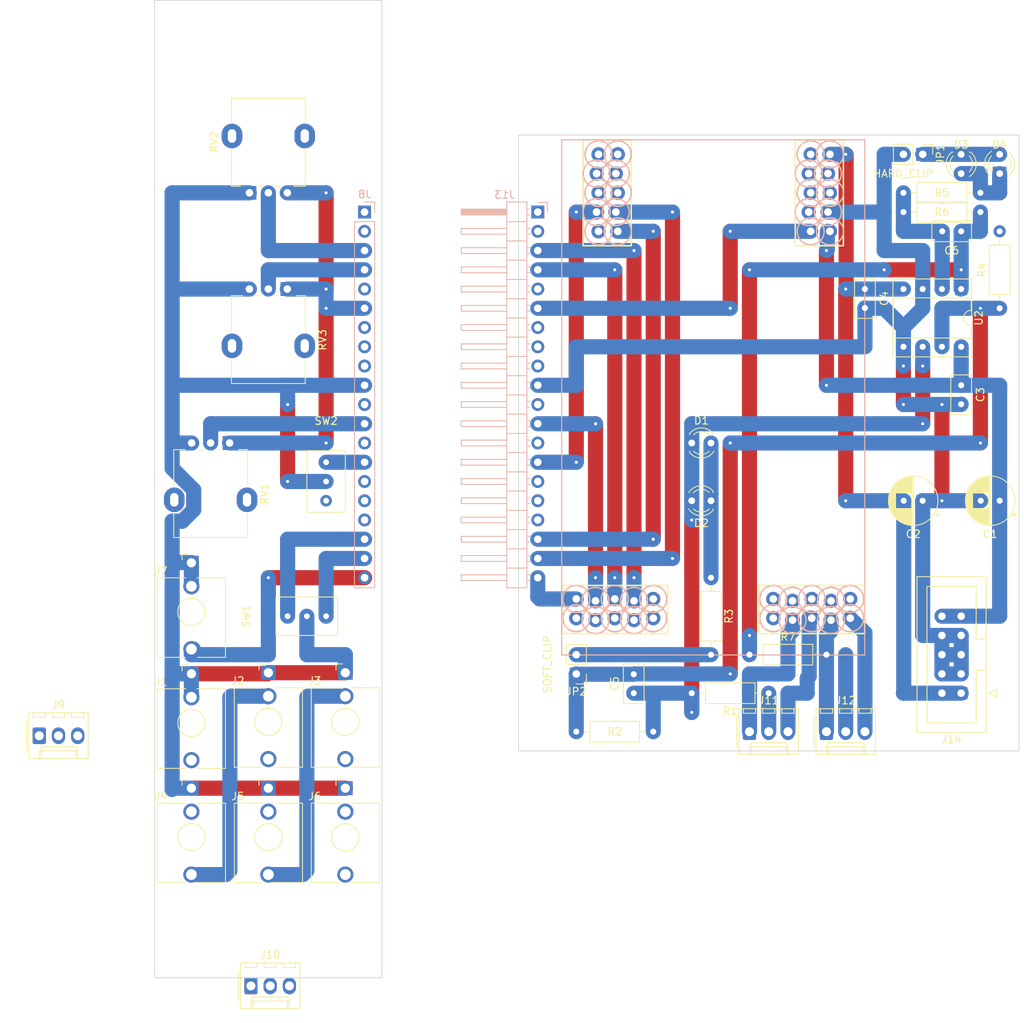
<source format=kicad_pcb>
(kicad_pcb (version 20211014) (generator pcbnew)
  (layers (0 "F.Cu" signal) (31 "B.Cu" signal) (34 "B.Paste" user) (35 "F.Paste" user) (36 "B.SilkS" user "B.Silkscreen") (37 "F.SilkS" user "F.Silkscreen") (38 "B.Mask" user) (39 "F.Mask" user) (44 "Edge.Cuts" user))
  (net 0 "")
  (net 6 "GND")
  (net 7 "Net-(J1-PadT)")
  (net 8 "Net-(J2-PadT)")
  (net 10 "Net-(J3-PadT)")
  (net 11 "Net-(J8-Pad14)")
  (net 12 "Net-(J10-Pad1)")
  (net 13 "Net-(J10-Pad2)")
  (net 14 "Net-(J10-Pad3)")
  (net 20 "/CV_JACK")
  (net 21 "/CV_POT")
  (net 22 "+5V")
  (net 23 "/FREQ_POT")
  (net 24 "/EMPH_POT")
  (net 51 "Net-(R1-Pad2)")
  (net 53 "/LED_clipper/SC_jumper_in")
  (net 56 "/DE_EMPH_IN")
  (net 57 "/EMPH_IN")
  (net 58 "/DE_EMPH_OUT")
  (net 59 "/EMPH_OUT")
  (net 60 "-12V")
  (net 61 "+12V")
  (net 62 "/LED_clipper/SC_jumper_out")
  (net 63 "Net-(C6-Pad1)")
  (net 64 "Net-(C6-Pad2)")
  (net 65 "Net-(D1-Pad2)")
  (net 66 "/LED_clipper/hard_clipping_sink")
  (net 67 "Net-(D3-Pad2)")
  (net 68 "/LED_clipper/Clipper_in")
  (net 69 "/LED_clipper/Clipper_out")
  (net 74 "Net-(SW1-Pad1)")
  (net 75 "Net-(SW1-Pad3)")
  (net 78 "/SHELF_2")
  (net 79 "/SHELF_1")
  (net 83 "/CV_DEST")
  (footprint "Resistor_THT:R_Axial_DIN0207_L6.3mm_D2.5mm_P10.16mm_Horizontal" (layer "F.Cu") (at 177.8 53.34 180)
    (fp_text reference "R5")
    (fp_text value "4.7k")
  )
  (footprint "LED_THT:LED_D3.0mm_FlatTop" (layer "F.Cu") (at 180.34 50.8 90)
    (fp_text reference "D4")
    (fp_text value "LED 1.9V")
  )
  (footprint "Resistor_THT:R_Axial_DIN0207_L6.3mm_D2.5mm_P10.16mm_Horizontal" (layer "F.Cu") (at 134.62 124.46 180)
    (fp_text reference "R2")
    (fp_text value "100k")
  )
  (footprint "Capacitor_THT:C_Disc_D5.0mm_W2.5mm_P2.50mm" (layer "F.Cu") (at 175.26 78.74 -90)
    (fp_text reference "C3")
    (fp_text value "100nF")
  )
  (footprint "Connector_IDC:IDC-Header_2x05_P2.54mm_Vertical" (layer "F.Cu") (at 175.26 119.38 180)
    (fp_text reference "J14")
    (fp_text value "Conn_02x05")
  )
  (footprint "Potentiometer_THT:Potentiometer_Alpha_RD901F-40-00D_Single_Vertical" (layer "F.Cu") (at 81.32 53.34 90)
    (fp_text reference "RV2")
    (fp_text value "R_Potentiometer")
  )
  (footprint "Resistor_THT:R_Axial_DIN0207_L6.3mm_D2.5mm_P10.16mm_Horizontal" (layer "F.Cu") (at 180.34 68.58 90)
    (fp_text reference "R4")
    (fp_text value "1k")
  )
  (footprint "Connector_Audio:Jack_3.5mm_QingPu_WQP-PJ398SM_Vertical_CircularHoles" (layer "F.Cu") (at 93.98 116.68)
    (fp_text reference "J3")
    (fp_text value "DE_EMPH_IN")
  )
  (footprint "Capacitor_THT:C_Disc_D5.0mm_W2.5mm_P2.50mm" (layer "F.Cu") (at 132.04 119.38 90)
    (fp_text reference "C5")
    (fp_text value "10pF")
  )
  (footprint "Capacitor_THT:CP_Radial_D6.3mm_P2.50mm" (layer "F.Cu") (at 180.34 93.98 180)
    (fp_text reference "C1")
    (fp_text value "10uF")
  )
  (footprint "Library:Dailywell sub-miniature toggle switch" (layer "F.Cu") (at 88.9 109.22 90)
    (fp_text reference "SW1")
    (fp_text value "SW_SPDT_MSM")
  )
  (footprint "Resistor_THT:R_Axial_DIN0207_L6.3mm_D2.5mm_P10.16mm_Horizontal" (layer "F.Cu") (at 142.24 104.14 -90)
    (fp_text reference "R3")
    (fp_text value "47k")
  )
  (footprint "Connector_Audio:Jack_3.5mm_QingPu_WQP-PJ398SM_Vertical_CircularHoles" (layer "F.Cu") (at 73.66 116.82)
    (fp_text reference "J1")
    (fp_text value "EMPH_IN")
  )
  (footprint "Connector_PinHeader_2.54mm:PinHeader_1x02_P2.54mm_Vertical" (layer "F.Cu") (at 170.18 48.26 -90)
    (fp_text reference "JP1")
    (fp_text value "Jumper_2_Bridged")
  )
  (footprint "LED_THT:LED_D3.0mm_FlatTop" (layer "F.Cu") (at 142.24 93.98 180)
    (fp_text reference "D2")
    (fp_text value "LED 1.9V")
  )
  (footprint "LED_THT:LED_D3.0mm_FlatTop" (layer "F.Cu") (at 139.7 86.36)
    (fp_text reference "D1")
    (fp_text value "LED 1.9V")
  )
  (footprint "Capacitor_THT:C_Disc_D5.0mm_W2.5mm_P2.50mm" (layer "F.Cu") (at 162.56 68.54 90)
    (fp_text reference "C4")
    (fp_text value "100nF")
  )
  (footprint "Connector_Audio:Jack_3.5mm_QingPu_WQP-PJ398SM_Vertical_CircularHoles" (layer "F.Cu") (at 73.66 131.92)
    (fp_text reference "J4")
    (fp_text value "EMPH_OUT")
  )
  (footprint "Connector_Audio:Jack_3.5mm_QingPu_WQP-PJ398SM_Vertical_CircularHoles" (layer "F.Cu") (at 73.66 102.17)
    (fp_text reference "J7")
    (fp_text value "AudioJack2_SwitchT")
  )
  (footprint "Potentiometer_THT:Potentiometer_Alpha_RD901F-40-00D_Single_Vertical" (layer "F.Cu") (at 86.32 66.04 -90)
    (fp_text reference "RV3")
    (fp_text value "R_Potentiometer")
  )
  (footprint "Resistor_THT:R_Axial_DIN0207_L6.3mm_D2.5mm_P10.16mm_Horizontal" (layer "F.Cu") (at 147.32 114.3)
    (fp_text reference "R7")
    (fp_text value "1k")
  )
  (footprint "Connector_Audio:Jack_3.5mm_QingPu_WQP-PJ398SM_Vertical_CircularHoles" (layer "F.Cu") (at 93.98 131.92)
    (fp_text reference "J6")
    (fp_text value "DE_EMPH_OUT")
  )
  (footprint "Connector_PinHeader_2.54mm:PinHeader_1x02_P2.54mm_Vertical" (layer "F.Cu") (at 124.46 116.84 180)
    (fp_text reference "JP2")
    (fp_text value "Jumper_2_Bridged")
  )
  (footprint "Connector_Audio:Jack_3.5mm_QingPu_WQP-PJ398SM_Vertical_CircularHoles" (layer "F.Cu") (at 83.82 131.92)
    (fp_text reference "J5")
    (fp_text value "DIST_OUT")
  )
  (footprint "Library:Dailywell sub-miniature toggle switch" (layer "F.Cu") (at 91.44 91.44)
    (fp_text reference "SW2")
    (fp_text value "SW_SPDT")
  )
  (footprint "Capacitor_THT:C_Disc_D5.0mm_W2.5mm_P2.50mm" (layer "F.Cu") (at 172.76 58.42)
    (fp_text reference "C6")
    (fp_text value "10pF")
  )
  (footprint "LED_THT:LED_D3.0mm_FlatTop" (layer "F.Cu") (at 175.26 48.26 -90)
    (fp_text reference "D3")
    (fp_text value "LED 1.9V")
  )
  (footprint "Resistor_THT:R_Axial_DIN0207_L6.3mm_D2.5mm_P10.16mm_Horizontal" (layer "F.Cu") (at 149.86 119.38 180)
    (fp_text reference "R1")
    (fp_text value "100k")
  )
  (footprint "Package_DIP:DIP-8_W7.62mm_Socket" (layer "F.Cu") (at 175.26 66.04 -90)
    (fp_text reference "U2")
    (fp_text value "TL072")
  )
  (footprint "Connector_Molex:Molex_KK-254_AE-6410-03A_1x03_P2.54mm_Vertical" (layer "F.Cu") (at 147.32 124.46)
    (fp_text reference "J11")
    (fp_text value "Conn_01x03_Male")
  )
  (footprint "Potentiometer_THT:Potentiometer_Alpha_RD901F-40-00D_Single_Vertical" (layer "F.Cu") (at 78.7 86.36 -90)
    (fp_text reference "RV1")
    (fp_text value "R_Potentiometer")
  )
  (footprint "Connector_Audio:Jack_3.5mm_QingPu_WQP-PJ398SM_Vertical_CircularHoles" (layer "F.Cu") (at 83.82 116.68)
    (fp_text reference "J2")
    (fp_text value "DIST_IN")
  )
  (footprint "Connector_Molex:Molex_KK-254_AE-6410-03A_1x03_P2.54mm_Vertical" (layer "F.Cu") (at 81.52 158.02)
    (fp_text reference "J10")
    (fp_text value "Conn_01x03_Female")
  )
  (footprint "Connector_Molex:Molex_KK-254_AE-6410-03A_1x03_P2.54mm_Vertical" (layer "F.Cu") (at 157.48 124.46)
    (fp_text reference "J12")
    (fp_text value "Conn_01x03_Male")
  )
  (footprint "Connector_Molex:Molex_KK-254_AE-6410-03A_1x03_P2.54mm_Vertical" (layer "F.Cu") (at 53.58 125)
    (fp_text reference "J9")
    (fp_text value "Conn_01x03_Female")
  )
  (footprint "Capacitor_THT:CP_Radial_D6.3mm_P2.50mm" (layer "F.Cu") (at 170.18 93.98 180)
    (fp_text reference "C2")
    (fp_text value "10uF")
  )
  (footprint "Resistor_THT:R_Axial_DIN0207_L6.3mm_D2.5mm_P10.16mm_Horizontal" (layer "F.Cu") (at 167.64 55.88)
    (fp_text reference "R6")
    (fp_text value "10k")
  )
  (footprint "Connector_PinHeader_2.54mm:PinHeader_1x20_P2.54mm_Horizontal" (layer "B.Cu") (at 119.38 55.88 180)
    (fp_text reference "J13")
    (fp_text value "Conn_01x20_Male")
  )
  (footprint "Connector_PinHeader_2.54mm:PinHeader_1x20_P2.54mm_Vertical" (layer "B.Cu") (at 96.52 55.88 180)
    (fp_text reference "J8")
    (fp_text value "Conn_01x20_Female")
  )
  (footprint "Library:ES_DAISY_PATCH_SM_REV1" (layer "B.Cu") (at 142.54 80.34 -90)
    (fp_text reference "U1" hide)
    (fp_text value "ES_DAISY_PATCH_SM_REV1-Electrosmith-Boards" hide)
  )
  (gr_rect (start 116.84 45.72) (end 182.88 127) (layer "Edge.Cuts") (width 0.1) (fill none))
  (gr_rect (start 68.82 27.94) (end 98.82 156.94) (layer "Edge.Cuts") (width 0.1) (fill none))
  (gr_text "SOFT_CLIP" (at 120.65 115.57 90) (layer "F.SilkS") (effects (font (size 1 1))))
  (gr_text "HARD_CLIP" (at 167.64 50.8) (layer "F.SilkS") (effects (font (size 1 1))))
  (segment (start 86.36 91.44) (end 86.36 81.28) (width 2) (layer "F.Cu") (net 6))
  (segment (start 172.72 81.28) (end 172.72 93.98) (width 2) (layer "F.Cu") (net 6))
  (segment (start 83.68 116.82) (end 83.82 116.68) (width 2) (layer "F.Cu") (net 6))
  (segment (start 73.66 131.92) (end 83.82 131.92) (width 2) (layer "F.Cu") (net 6))
  (segment (start 73.66 116.82) (end 83.68 116.82) (width 2) (layer "F.Cu") (net 6))
  (segment (start 83.82 116.68) (end 93.98 116.68) (width 2) (layer "F.Cu") (net 6))
  (segment (start 83.82 131.92) (end 93.98 131.92) (width 2) (layer "F.Cu") (net 6))
  (segment (start 167.64 76.2) (end 167.64 81.28) (width 2) (layer "F.Cu") (net 6))
  (via (at 167.64 76.2) (size 0.8) (drill 0.4) (layers "F.Cu" "B.Cu") (net 6))
  (via (at 86.36 81.28) (size 0.8) (drill 0.4) (layers "F.Cu" "B.Cu") (net 6))
  (via (at 86.36 91.44) (size 0.8) (drill 0.4) (layers "F.Cu" "B.Cu") (net 6))
  (via (at 172.72 81.28) (size 0.8) (drill 0.4) (layers "F.Cu" "B.Cu") (net 6))
  (via (at 172.72 93.98) (size 0.8) (drill 0.4) (layers "F.Cu" "B.Cu") (net 6))
  (via (at 167.64 81.28) (size 0.8) (drill 0.4) (layers "F.Cu" "B.Cu") (net 6))
  (segment (start 165.1 55.88) (end 165.1 48.26) (width 2) (layer "B.Cu") (net 6))
  (segment (start 167.64 71.12) (end 165.1 68.58) (width 2) (layer "B.Cu") (net 6))
  (segment (start 170.18 66.04) (end 170.18 68.58) (width 2) (layer "B.Cu") (net 6))
  (segment (start 175.22 81.28) (end 175.26 81.24) (width 2) (layer "B.Cu") (net 6))
  (segment (start 170.18 68.58) (end 167.64 71.12) (width 2) (layer "B.Cu") (net 6))
  (segment (start 165.1 68.58) (end 162.56 68.58) (width 2) (layer "B.Cu") (net 6))
  (segment (start 170.18 60.96) (end 170.18 66.04) (width 2) (layer "B.Cu") (net 6))
  (segment (start 73.66 116.82) (end 71.14 116.82) (width 2) (layer "B.Cu") (net 6))
  (segment (start 175.26 116.84) (end 175.26 111.76) (width 2) (layer "B.Cu") (net 6))
  (segment (start 86.36 78.74) (end 71.12 78.74) (width 2) (layer "B.Cu") (net 6))
  (segment (start 81.3 53.34) (end 71.1 53.34) (width 2) (layer "B.Cu") (net 6))
  (segment (start 71.12 86.36) (end 71.12 89.700293) (width 2) (layer "B.Cu") (net 6))
  (segment (start 71.12 66.04) (end 71.12 53.34) (width 2) (layer "B.Cu") (net 6))
  (segment (start 71.14 116.82) (end 71.12 116.84) (width 2) (layer "B.Cu") (net 6))
  (segment (start 73.95952 92.539813) (end 73.95952 95.180187) (width 2) (layer "B.Cu") (net 6))
  (segment (start 165.1 60.96) (end 170.18 60.96) (width 2) (layer "B.Cu") (net 6))
  (segment (start 172.72 111.76) (end 175.26 111.76) (width 2) (layer "B.Cu") (net 6))
  (segment (start 172.72 116.84) (end 172.72 111.76) (width 2) (layer "B.Cu") (net 6))
  (segment (start 165.1 55.88) (end 165.1 60.96) (width 2) (layer "B.Cu") (net 6))
  (segment (start 71.12 96.67952) (end 71.12 101.9) (width 2) (layer "B.Cu") (net 6))
  (segment (start 73.66 102.17) (end 73.63 102.14) (width 2) (layer "B.Cu") (net 6))
  (segment (start 162.56 73.66) (end 124.46 73.66) (width 2) (layer "B.Cu") (net 6))
  (segment (start 124.46 73.66) (end 124.46 78.74) (width 2) (layer "B.Cu") (net 6))
  (segment (start 73.7 86.36) (end 71.12 86.36) (width 2) (layer "B.Cu") (net 6))
  (segment (start 172.72 111.76) (end 170.18 111.76) (width 2) (layer "B.Cu") (net 6))
  (segment (start 88.9 114.3) (end 93.98 114.3) (width 2) (layer "B.Cu") (net 6))
  (segment (start 71.12 102.38) (end 71.36 102.14) (width 2) (layer "B.Cu") (net 6))
  (segment (start 167.64 73.66) (end 167.64 76.2) (width 2) (layer "B.Cu") (net 6))
  (segment (start 175.26 114.3) (end 172.72 114.3) (width 2) (layer "B.Cu") (net 6))
  (segment (start 162.56 68.54) (end 162.56 73.66) (width 2) (layer "B.Cu") (net 6))
  (segment (start 124.46 78.74) (end 119.38 78.74) (width 2) (layer "B.Cu") (net 6))
  (segment (start 71.12 132.08) (end 71.12 116.84) (width 2) (layer "B.Cu") (net 6))
  (segment (start 157.683 55.88) (end 165.1 55.88) (width 2) (layer "B.Cu") (net 6))
  (segment (start 170.18 93.98) (end 172.72 93.98) (width 2) (layer "B.Cu") (net 6))
  (segment (start 71.12 78.74) (end 71.12 66.04) (width 2) (layer "B.Cu") (net 6))
  (segment (start 73.66 116.82) (end 73.66 119.92) (width 2) (layer "B.Cu") (net 6))
  (segment (start 73.63 102.14) (end 71.36 102.14) (width 2) (layer "B.Cu") (net 6))
  (segment (start 172.72 116.84) (end 175.26 116.84) (width 2) (layer "B.Cu") (net 6))
  (segment (start 165.1 48.26) (end 167.64 48.26) (width 2) (layer "B.Cu") (net 6))
  (segment (start 88.9 109.22) (end 88.9 114.3) (width 2) (layer "B.Cu") (net 6))
  (segment (start 96.52 78.74) (end 86.36 78.74) (width 2) (layer "B.Cu") (net 6))
  (segment (start 172.72 93.98) (end 177.84 93.98) (width 2) (layer "B.Cu") (net 6))
  (segment (start 71.12 89.700293) (end 73.95952 92.539813) (width 2) (layer "B.Cu") (net 6))
  (segment (start 81.32 66.04) (end 71.12 66.04) (width 2) (layer "B.Cu") (net 6))
  (segment (start 172.72 81.28) (end 175.22 81.28) (width 2) (layer "B.Cu") (net 6))
  (segment (start 71.28 131.92) (end 71.12 132.08) (width 2) (layer "B.Cu") (net 6))
  (segment (start 73.95952 95.180187) (end 72.460187 96.67952) (width 2) (layer "B.Cu") (net 6))
  (segment (start 167.64 81.28) (end 172.72 81.28) (width 2) (layer "B.Cu") (net 6))
  (segment (start 71.12 101.9) (end 71.36 102.14) (width 2) (layer "B.Cu") (net 6))
  (segment (start 91.44 91.44) (end 86.36 91.44) (width 2) (layer "B.Cu") (net 6))
  (segment (start 73.66 131.92) (end 71.28 131.92) (width 2) (layer "B.Cu") (net 6))
  (segment (start 86.36 81.28) (end 86.36 78.74) (width 2) (layer "B.Cu") (net 6))
  (segment (start 71.12 116.84) (end 71.12 102.38) (width 2) (layer "B.Cu") (net 6))
  (segment (start 71.12 78.74) (end 71.12 86.36) (width 2) (layer "B.Cu") (net 6))
  (segment (start 162.56 68.58) (end 162.56 68.54) (width 2) (layer "B.Cu") (net 6))
  (segment (start 73.66 102.14) (end 73.66 105.24) (width 2) (layer "B.Cu") (net 6))
  (segment (start 72.460187 96.67952) (end 71.12 96.67952) (width 2) (layer "B.Cu") (net 6))
  (segment (start 167.64 71.12) (end 167.64 73.66) (width 2) (layer "B.Cu") (net 6))
  (segment (start 93.98 114.3) (end 93.98 116.68) (width 2) (layer "B.Cu") (net 6))
  (segment (start 170.18 111.76) (end 170.18 93.98) (width 2) (layer "B.Cu") (net 6))
  (segment (start 91.44 88.9) (end 96.52 88.9) (width 2) (layer "B.Cu") (net 11))
  (segment (start 78.2 143.32) (end 78.74 142.78) (width 2) (layer "B.Cu") (net 12))
  (segment (start 78.88 119.78) (end 83.82 119.78) (width 2) (layer "B.Cu") (net 12))
  (segment (start 78.74 119.92) (end 78.88 119.78) (width 2) (layer "B.Cu") (net 12))
  (segment (start 73.66 143.32) (end 78.2 143.32) (width 2) (layer "B.Cu") (net 12))
  (segment (start 78.74 119.92) (end 78.74 142.78) (width 2) (layer "B.Cu") (net 12))
  (segment (start 88.9 119.92) (end 89.04 119.78) (width 2) (layer "B.Cu") (net 13))
  (segment (start 88.9 142.78) (end 88.9 119.92) (width 2) (layer "B.Cu") (net 13))
  (segment (start 89.04 119.78) (end 93.98 119.78) (width 2) (layer "B.Cu") (net 13))
  (segment (start 83.82 143.32) (end 88.36 143.32) (width 2) (layer "B.Cu") (net 13))
  (segment (start 88.36 143.32) (end 88.9 142.78) (width 2) (layer "B.Cu") (net 13))
  (segment (start 83.82 104.14) (end 96.52 104.14) (width 2) (layer "F.Cu") (net 20))
  (via (at 83.82 104.14) (size 0.8) (drill 0.4) (layers "F.Cu" "B.Cu") (net 20))
  (segment (start 119.38 104.14) (end 119.38 106.68) (width 2) (layer "B.Cu") (net 20))
  (segment (start 119.38 106.68) (end 119.643 106.943) (width 2) (layer "B.Cu") (net 20))
  (segment (start 73.66 113.78) (end 73.9 113.54) (width 2) (layer "B.Cu") (net 20))
  (segment (start 119.643 106.943) (end 124.46 106.943) (width 2) (layer "B.Cu") (net 20))
  (segment (start 83.82 104.14) (end 83.82 114.3) (width 2) (layer "B.Cu") (net 20))
  (segment (start 83.82 114.3) (end 73.66 114.3) (width 2) (layer "B.Cu") (net 20))
  (segment (start 73.66 114.3) (end 73.66 113.78) (width 2) (layer "B.Cu") (net 20))
  (segment (start 127 104.14) (end 127 83.82) (width 2) (layer "F.Cu") (net 21))
  (via (at 127 104.14) (size 0.8) (drill 0.4) (layers "F.Cu" "B.Cu") (net 21))
  (via (at 127 83.82) (size 0.8) (drill 0.4) (layers "F.Cu" "B.Cu") (net 21))
  (segment (start 127 107.197) (end 127 104.14) (width 2) (layer "B.Cu") (net 21))
  (segment (start 76.2 86.36) (end 76.2 83.82) (width 2) (layer "B.Cu") (net 21))
  (segment (start 76.2 83.82) (end 96.52 83.82) (width 2) (layer "B.Cu") (net 21))
  (segment (start 119.38 83.82) (end 127 83.82) (width 2) (layer "B.Cu") (net 21))
  (segment (start 91.44 53.34) (end 91.44 66.04) (width 2) (layer "F.Cu") (net 22))
  (segment (start 144.78 68.58) (end 144.78 58.42) (width 2) (layer "F.Cu") (net 22))
  (segment (start 91.44 86.36) (end 91.44 68.58) (width 2) (layer "F.Cu") (net 22))
  (via (at 144.78 68.58) (size 0.8) (drill 0.4) (layers "F.Cu" "B.Cu") (net 22))
  (via (at 91.44 53.34) (size 0.8) (drill 0.4) (layers "F.Cu" "B.Cu") (net 22))
  (via (at 144.78 58.42) (size 0.8) (drill 0.4) (layers "F.Cu" "B.Cu") (net 22))
  (via (at 91.44 86.36) (size 0.8) (drill 0.4) (layers "F.Cu" "B.Cu") (net 22))
  (via (at 91.44 66.04) (size 0.8) (drill 0.4) (layers "F.Cu" "B.Cu") (net 22))
  (via (at 91.44 68.58) (size 0.8) (drill 0.4) (layers "F.Cu" "B.Cu") (net 22))
  (segment (start 119.38 68.58) (end 144.78 68.58) (width 2) (layer "B.Cu") (net 22))
  (segment (start 78.7 86.36) (end 91.44 86.36) (width 2) (layer "B.Cu") (net 22))
  (segment (start 91.44 66.04) (end 86.32 66.04) (width 2) (layer "B.Cu") (net 22))
  (segment (start 91.44 68.58) (end 91.44 66.04) (width 2) (layer "B.Cu") (net 22))
  (segment (start 91.44 53.34) (end 86.32 53.34) (width 2) (layer "B.Cu") (net 22))
  (segment (start 144.78 58.42) (end 155.397 58.42) (width 2) (layer "B.Cu") (net 22))
  (segment (start 91.44 68.58) (end 96.52 68.58) (width 2) (layer "B.Cu") (net 22))
  (segment (start 132.08 60.96) (end 132.08 104.14) (width 2) (layer "F.Cu") (net 23))
  (via (at 132.08 104.14) (size 0.8) (drill 0.4) (layers "F.Cu" "B.Cu") (net 23))
  (via (at 132.08 60.96) (size 0.8) (drill 0.4) (layers "F.Cu" "B.Cu") (net 23))
  (segment (start 132.08 104.14) (end 132.08 107.197) (width 2) (layer "B.Cu") (net 23))
  (segment (start 132.08 60.96) (end 119.38 60.96) (width 2) (layer "B.Cu") (net 23))
  (segment (start 83.82 60.96) (end 96.52 60.96) (width 2) (layer "B.Cu") (net 23))
  (segment (start 83.82 53.34) (end 83.82 60.96) (width 2) (layer "B.Cu") (net 23))
  (segment (start 129.54 63.5) (end 129.54 104.14) (width 2) (layer "F.Cu") (net 24))
  (via (at 129.54 104.14) (size 0.8) (drill 0.4) (layers "F.Cu" "B.Cu") (net 24))
  (via (at 129.54 63.5) (size 0.8) (drill 0.4) (layers "F.Cu" "B.Cu") (net 24))
  (segment (start 119.38 63.5) (end 129.54 63.5) (width 2) (layer "B.Cu") (net 24))
  (segment (start 96.52 63.5) (end 83.82 63.5) (width 2) (layer "B.Cu") (net 24))
  (segment (start 83.82 63.5) (end 83.82 66.04) (width 2) (layer "B.Cu") (net 24))
  (segment (start 129.54 104.14) (end 129.54 106.68) (width 2) (layer "B.Cu") (net 24))
  (segment (start 170.18 76.2) (end 170.18 83.82) (width 2) (layer "F.Cu") (net 51))
  (segment (start 139.7 96.52) (end 139.7 121.92) (width 2) (layer "F.Cu") (net 51))
  (via (at 170.18 76.2) (size 0.8) (drill 0.4) (layers "F.Cu" "B.Cu") (net 51))
  (via (at 139.7 121.92) (size 0.8) (drill 0.4) (layers "F.Cu" "B.Cu") (net 51))
  (via (at 139.7 96.52) (size 0.8) (drill 0.4) (layers "F.Cu" "B.Cu") (net 51))
  (via (at 170.18 83.82) (size 0.8) (drill 0.4) (layers "F.Cu" "B.Cu") (net 51))
  (segment (start 134.62 119.38) (end 132.04 119.38) (width 2) (layer "B.Cu") (net 51))
  (segment (start 139.7 86.36) (end 139.7 93.98) (width 2) (layer "B.Cu") (net 51))
  (segment (start 139.7 119.38) (end 134.62 119.38) (width 2) (layer "B.Cu") (net 51))
  (segment (start 139.7 93.98) (end 139.7 96.52) (width 2) (layer "B.Cu") (net 51))
  (segment (start 170.18 83.82) (end 139.7 83.82) (width 2) (layer "B.Cu") (net 51))
  (segment (start 139.7 83.82) (end 139.7 86.36) (width 2) (layer "B.Cu") (net 51))
  (segment (start 170.18 73.66) (end 170.18 76.2) (width 2) (layer "B.Cu") (net 51))
  (segment (start 139.7 119.38) (end 139.7 121.92) (width 2) (layer "B.Cu") (net 51))
  (segment (start 134.62 124.46) (end 134.62 119.38) (width 2) (layer "B.Cu") (net 51))
  (segment (start 144.78 86.36) (end 144.78 116.84) (width 2) (layer "F.Cu") (net 53))
  (segment (start 177.8 68.58) (end 177.8 86.36) (width 2) (layer "F.Cu") (net 53))
  (via (at 144.78 116.84) (size 0.8) (drill 0.4) (layers "F.Cu" "B.Cu") (net 53))
  (via (at 177.8 68.58) (size 0.8) (drill 0.4) (layers "F.Cu" "B.Cu") (net 53))
  (via (at 177.8 86.36) (size 0.8) (drill 0.4) (layers "F.Cu" "B.Cu") (net 53))
  (via (at 144.78 86.36) (size 0.8) (drill 0.4) (layers "F.Cu" "B.Cu") (net 53))
  (segment (start 124.46 116.84) (end 124.5 116.88) (width 2) (layer "B.Cu") (net 53))
  (segment (start 180.34 68.58) (end 172.72 68.58) (width 2) (layer "B.Cu") (net 53))
  (segment (start 177.8 86.36) (end 144.78 86.36) (width 2) (layer "B.Cu") (net 53))
  (segment (start 132.08 116.84) (end 132.04 116.88) (width 2) (layer "B.Cu") (net 53))
  (segment (start 124.5 116.88) (end 132.04 116.88) (width 2) (layer "B.Cu") (net 53))
  (segment (start 144.78 116.84) (end 132.08 116.84) (width 2) (layer "B.Cu") (net 53))
  (segment (start 172.72 68.58) (end 172.72 73.66) (width 2) (layer "B.Cu") (net 53))
  (segment (start 124.46 124.46) (end 124.46 116.84) (width 2) (layer "B.Cu") (net 53))
  (segment (start 155.203 109.483) (end 155.19952 109.48648) (width 2) (layer "B.Cu") (net 56))
  (segment (start 154.94 119.38) (end 152.4 119.38) (width 2) (layer "B.Cu") (net 56))
  (segment (start 152.4 119.38) (end 152.4 124.46) (width 2) (layer "B.Cu") (net 56))
  (segment (start 155.19952 109.48648) (end 155.19952 117.151071) (width 2) (layer "B.Cu") (net 56))
  (segment (start 155.54 109.483) (end 155.203 109.483) (width 2) (layer "B.Cu") (net 56))
  (segment (start 155.19952 117.151071) (end 154.94 117.410591) (width 2) (layer "B.Cu") (net 56))
  (segment (start 154.94 117.410591) (end 154.94 119.38) (width 2) (layer "B.Cu") (net 56))
  (segment (start 153 111.16) (end 152.4 111.76) (width 2) (layer "B.Cu") (net 57))
  (segment (start 153 109.737) (end 153 111.16) (width 2) (layer "B.Cu") (net 57))
  (segment (start 147.32 116.84) (end 152.4 116.84) (width 2) (layer "B.Cu") (net 57))
  (segment (start 147.32 124.46) (end 147.32 116.84) (width 2) (layer "B.Cu") (net 57))
  (segment (start 152.4 116.84) (end 152.4 111.76) (width 2) (layer "B.Cu") (net 57))
  (segment (start 162.56 111.423) (end 162.56 124.46) (width 2) (layer "B.Cu") (net 58))
  (segment (start 160.62 109.483) (end 162.56 111.423) (width 2) (layer "B.Cu") (net 58))
  (segment (start 158.08 109.737) (end 158.08 111.16) (width 2) (layer "B.Cu") (net 59))
  (segment (start 158.08 111.16) (end 157.48 111.76) (width 2) (layer "B.Cu") (net 59))
  (segment (start 157.48 111.76) (end 157.48 124.46) (width 2) (layer "B.Cu") (net 59))
  (segment (start 160.076311 65.983689) (end 160.076311 48.316311) (width 2) (layer "F.Cu") (net 60))
  (segment (start 160.076311 48.316311) (end 160.02 48.26) (width 2) (layer "F.Cu") (net 60))
  (segment (start 160.02 66.04) (end 160.02 93.98) (width 2) (layer "F.Cu") (net 60))
  (segment (start 160.02 66.04) (end 160.076311 65.983689) (width 2) (layer "F.Cu") (net 60))
  (via (at 160.02 48.26) (size 0.8) (drill 0.4) (layers "F.Cu" "B.Cu") (net 60))
  (via (at 160.02 93.98) (size 0.8) (drill 0.4) (layers "F.Cu" "B.Cu") (net 60))
  (via (at 160.02 66.04) (size 0.8) (drill 0.4) (layers "F.Cu" "B.Cu") (net 60))
  (segment (start 157.937 48.26) (end 160.02 48.26) (width 2) (layer "B.Cu") (net 60))
  (segment (start 167.64 119.38) (end 172.72 119.38) (width 2) (layer "B.Cu") (net 60))
  (segment (start 160.02 66.04) (end 162.56 66.04) (width 2) (layer "B.Cu") (net 60))
  (segment (start 172.72 119.38) (end 175.26 119.38) (width 2) (layer "B.Cu") (net 60))
  (segment (start 167.68 119.34) (end 167.64 119.38) (width 2) (layer "B.Cu") (net 60))
  (segment (start 162.56 66.04) (end 167.64 66.04) (width 2) (layer "B.Cu") (net 60))
  (segment (start 167.68 93.98) (end 167.68 119.34) (width 2) (layer "B.Cu") (net 60))
  (segment (start 160.02 93.98) (end 167.68 93.98) (width 2) (layer "B.Cu") (net 60))
  (segment (start 157.48 78.74) (end 157.48 60.96) (width 2) (layer "F.Cu") (net 61))
  (via (at 157.48 78.74) (size 0.8) (drill 0.4) (layers "F.Cu" "B.Cu") (net 61))
  (via (at 157.48 60.96) (size 0.8) (drill 0.4) (layers "F.Cu" "B.Cu") (net 61))
  (segment (start 180.34 93.98) (end 180.34 78.74) (width 2) (layer "B.Cu") (net 61))
  (segment (start 175.26 78.74) (end 157.48 78.74) (width 2) (layer "B.Cu") (net 61))
  (segment (start 180.34 109.22) (end 180.34 93.98) (width 2) (layer "B.Cu") (net 61))
  (segment (start 157.59652 60.84348) (end 157.59652 58.42) (width 2) (layer "B.Cu") (net 61))
  (segment (start 172.72 109.22) (end 180.34 109.22) (width 2) (layer "B.Cu") (net 61))
  (segment (start 180.34 78.74) (end 175.26 78.74) (width 2) (layer "B.Cu") (net 61))
  (segment (start 175.26 73.66) (end 175.26 76.2) (width 2) (layer "B.Cu") (net 61))
  (segment (start 157.48 60.96) (end 157.59652 60.84348) (width 2) (layer "B.Cu") (net 61))
  (segment (start 175.26 76.2) (end 175.26 78.74) (width 2) (layer "B.Cu") (net 61))
  (segment (start 124.46 114.3) (end 142.24 114.3) (width 2) (layer "B.Cu") (net 62))
  (segment (start 167.64 55.88) (end 167.64 58.42) (width 2) (layer "B.Cu") (net 63))
  (segment (start 172.76 58.42) (end 172.76 66) (width 2) (layer "B.Cu") (net 63))
  (segment (start 172.76 66) (end 172.72 66.04) (width 2) (layer "B.Cu") (net 63))
  (segment (start 167.64 58.42) (end 172.76 58.42) (width 2) (layer "B.Cu") (net 63))
  (segment (start 167.64 53.34) (end 167.64 55.88) (width 2) (layer "B.Cu") (net 63))
  (segment (start 147.32 63.5) (end 147.32 111.76) (width 2) (layer "F.Cu") (net 64))
  (segment (start 175.26 63.5) (end 165.1 63.5) (width 2) (layer "F.Cu") (net 64))
  (via (at 147.32 111.76) (size 0.8) (drill 0.4) (layers "F.Cu" "B.Cu") (net 64))
  (via (at 147.32 63.5) (size 0.8) (drill 0.4) (layers "F.Cu" "B.Cu") (net 64))
  (via (at 165.1 63.5) (size 0.8) (drill 0.4) (layers "F.Cu" "B.Cu") (net 64))
  (via (at 175.26 63.5) (size 0.8) (drill 0.4) (layers "F.Cu" "B.Cu") (net 64))
  (segment (start 147.32 111.76) (end 147.32 114.3) (width 2) (layer "B.Cu") (net 64))
  (segment (start 165.1 63.5) (end 147.32 63.5) (width 2) (layer "B.Cu") (net 64))
  (segment (start 175.26 58.42) (end 175.26 66.04) (width 2) (layer "B.Cu") (net 64))
  (segment (start 175.26 58.42) (end 177.8 58.42) (width 2) (layer "B.Cu") (net 64))
  (segment (start 177.8 58.42) (end 177.8 55.88) (width 2) (layer "B.Cu") (net 64))
  (segment (start 142.24 93.98) (end 142.24 104.14) (width 2) (layer "B.Cu") (net 65))
  (segment (start 142.24 86.36) (end 142.24 93.98) (width 2) (layer "B.Cu") (net 65))
  (segment (start 180.34 48.26) (end 175.26 48.26) (width 2) (layer "B.Cu") (net 66))
  (segment (start 175.26 48.26) (end 170.18 48.26) (width 2) (layer "B.Cu") (net 66))
  (segment (start 177.8 50.8) (end 175.26 50.8) (width 2) (layer "B.Cu") (net 67))
  (segment (start 180.34 53.34) (end 177.8 53.34) (width 2) (layer "B.Cu") (net 67))
  (segment (start 177.8 53.34) (end 177.8 50.8) (width 2) (layer "B.Cu") (net 67))
  (segment (start 180.34 50.8) (end 180.34 53.34) (width 2) (layer "B.Cu") (net 67))
  (segment (start 149.86 119.38) (end 149.86 124.46) (width 2) (layer "B.Cu") (net 68))
  (segment (start 160.02 114.3) (end 160.02 124.46) (width 2) (layer "B.Cu") (net 69))
  (segment (start 86.36 99.06) (end 96.52 99.06) (width 2) (layer "B.Cu") (net 74))
  (segment (start 86.36 109.22) (end 86.36 99.06) (width 2) (layer "B.Cu") (net 74))
  (segment (start 91.44 109.22) (end 91.44 101.6) (width 2) (layer "B.Cu") (net 75))
  (segment (start 91.44 101.6) (end 96.52 101.6) (width 2) (layer "B.Cu") (net 75))
  (segment (start 134.62 99.06) (end 134.62 58.42) (width 2) (layer "F.Cu") (net 78))
  (via (at 134.62 99.06) (size 0.8) (drill 0.4) (layers "F.Cu" "B.Cu") (net 78))
  (via (at 134.62 99.06) (size 0.8) (drill 0.4) (layers "F.Cu" "B.Cu") (net 78))
  (via (at 134.62 58.42) (size 0.8) (drill 0.4) (layers "F.Cu" "B.Cu") (net 78))
  (segment (start 134.62 58.42) (end 129.937 58.42) (width 2) (layer "B.Cu") (net 78))
  (segment (start 119.38 99.06) (end 134.62 99.06) (width 2) (layer "B.Cu") (net 78))
  (segment (start 137.16 101.6) (end 137.16 55.88) (width 2) (layer "F.Cu") (net 79))
  (via (at 137.16 101.6) (size 0.8) (drill 0.4) (layers "F.Cu" "B.Cu") (net 79))
  (via (at 137.16 55.88) (size 0.8) (drill 0.4) (layers "F.Cu" "B.Cu") (net 79))
  (via (at 137.16 55.88) (size 0.8) (drill 0.4) (layers "F.Cu" "B.Cu") (net 79))
  (segment (start 137.16 55.88) (end 129.683 55.88) (width 2) (layer "B.Cu") (net 79))
  (segment (start 119.38 101.6) (end 137.16 101.6) (width 2) (layer "B.Cu") (net 79))
  (segment (start 124.46 88.9) (end 124.46 55.88) (width 2) (layer "F.Cu") (net 83))
  (via (at 124.46 55.88) (size 0.8) (drill 0.4) (layers "F.Cu" "B.Cu") (net 83))
  (via (at 124.46 88.9) (size 0.8) (drill 0.4) (layers "F.Cu" "B.Cu") (net 83))
  (segment (start 124.46 55.88) (end 127.143 55.88) (width 2) (layer "B.Cu") (net 83))
  (segment (start 119.38 88.9) (end 124.46 88.9) (width 2) (layer "B.Cu") (net 83))
)
</source>
